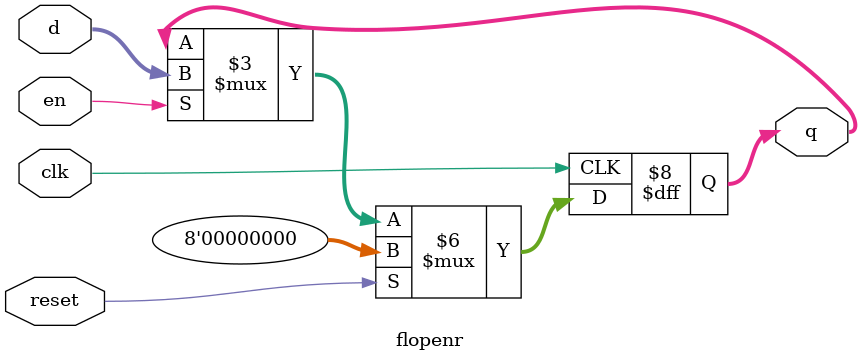
<source format=v>
`timescale 1ns / 1ps

//enabled & resettable flip-flop
module flopenr #(parameter WIDTH=8)
    (
    input clk,reset,
    input en,
    input [WIDTH-1:0] d,
    output reg [WIDTH-1:0] q
    );
    
    always@(posedge clk)
    if(reset)
        q<=0;//reset
    else
        if(en)
            q<=d;//load
        else
            q<=q;//not changed
    
endmodule

</source>
